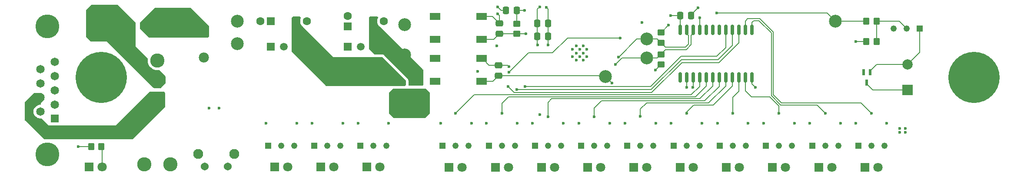
<source format=gbr>
%TF.GenerationSoftware,KiCad,Pcbnew,9.0.1*%
%TF.CreationDate,2025-06-18T18:38:46+02:00*%
%TF.ProjectId,open_g_db,6f70656e-5f67-45f6-9462-2e6b69636164,rev?*%
%TF.SameCoordinates,Original*%
%TF.FileFunction,Copper,L1,Top*%
%TF.FilePolarity,Positive*%
%FSLAX46Y46*%
G04 Gerber Fmt 4.6, Leading zero omitted, Abs format (unit mm)*
G04 Created by KiCad (PCBNEW 9.0.1) date 2025-06-18 18:38:46*
%MOMM*%
%LPD*%
G01*
G04 APERTURE LIST*
G04 Aperture macros list*
%AMRoundRect*
0 Rectangle with rounded corners*
0 $1 Rounding radius*
0 $2 $3 $4 $5 $6 $7 $8 $9 X,Y pos of 4 corners*
0 Add a 4 corners polygon primitive as box body*
4,1,4,$2,$3,$4,$5,$6,$7,$8,$9,$2,$3,0*
0 Add four circle primitives for the rounded corners*
1,1,$1+$1,$2,$3*
1,1,$1+$1,$4,$5*
1,1,$1+$1,$6,$7*
1,1,$1+$1,$8,$9*
0 Add four rect primitives between the rounded corners*
20,1,$1+$1,$2,$3,$4,$5,0*
20,1,$1+$1,$4,$5,$6,$7,0*
20,1,$1+$1,$6,$7,$8,$9,0*
20,1,$1+$1,$8,$9,$2,$3,0*%
G04 Aperture macros list end*
%TA.AperFunction,ComponentPad*%
%ADD10R,1.800000X1.800000*%
%TD*%
%TA.AperFunction,ComponentPad*%
%ADD11C,1.800000*%
%TD*%
%TA.AperFunction,SMDPad,CuDef*%
%ADD12RoundRect,0.250000X0.337500X0.475000X-0.337500X0.475000X-0.337500X-0.475000X0.337500X-0.475000X0*%
%TD*%
%TA.AperFunction,ComponentPad*%
%ADD13R,1.234000X1.234000*%
%TD*%
%TA.AperFunction,ComponentPad*%
%ADD14C,1.234000*%
%TD*%
%TA.AperFunction,ComponentPad*%
%ADD15R,1.600000X1.600000*%
%TD*%
%TA.AperFunction,ComponentPad*%
%ADD16C,1.600000*%
%TD*%
%TA.AperFunction,SMDPad,CuDef*%
%ADD17RoundRect,0.250000X-0.350000X-0.450000X0.350000X-0.450000X0.350000X0.450000X-0.350000X0.450000X0*%
%TD*%
%TA.AperFunction,ComponentPad*%
%ADD18R,1.650000X1.650000*%
%TD*%
%TA.AperFunction,ComponentPad*%
%ADD19C,1.650000*%
%TD*%
%TA.AperFunction,ComponentPad*%
%ADD20C,4.650000*%
%TD*%
%TA.AperFunction,ComponentPad*%
%ADD21R,2.000000X2.000000*%
%TD*%
%TA.AperFunction,ComponentPad*%
%ADD22C,2.000000*%
%TD*%
%TA.AperFunction,ComponentPad*%
%ADD23C,0.900000*%
%TD*%
%TA.AperFunction,ComponentPad*%
%ADD24C,10.000000*%
%TD*%
%TA.AperFunction,SMDPad,CuDef*%
%ADD25RoundRect,0.250000X0.475000X-0.337500X0.475000X0.337500X-0.475000X0.337500X-0.475000X-0.337500X0*%
%TD*%
%TA.AperFunction,ComponentPad*%
%ADD26R,1.500000X1.500000*%
%TD*%
%TA.AperFunction,ComponentPad*%
%ADD27C,1.500000*%
%TD*%
%TA.AperFunction,SMDPad,CuDef*%
%ADD28C,2.500000*%
%TD*%
%TA.AperFunction,SMDPad,CuDef*%
%ADD29R,2.100000X1.400000*%
%TD*%
%TA.AperFunction,SMDPad,CuDef*%
%ADD30RoundRect,0.250000X0.450000X-0.350000X0.450000X0.350000X-0.450000X0.350000X-0.450000X-0.350000X0*%
%TD*%
%TA.AperFunction,ComponentPad*%
%ADD31C,1.540000*%
%TD*%
%TA.AperFunction,ComponentPad*%
%ADD32C,1.950000*%
%TD*%
%TA.AperFunction,ComponentPad*%
%ADD33C,2.400000*%
%TD*%
%TA.AperFunction,SMDPad,CuDef*%
%ADD34RoundRect,0.250000X-0.450000X0.350000X-0.450000X-0.350000X0.450000X-0.350000X0.450000X0.350000X0*%
%TD*%
%TA.AperFunction,ComponentPad*%
%ADD35R,1.980000X1.980000*%
%TD*%
%TA.AperFunction,ComponentPad*%
%ADD36C,1.980000*%
%TD*%
%TA.AperFunction,SMDPad,CuDef*%
%ADD37RoundRect,0.150000X0.150000X-0.875000X0.150000X0.875000X-0.150000X0.875000X-0.150000X-0.875000X0*%
%TD*%
%TA.AperFunction,ComponentPad*%
%ADD38R,2.775000X2.775000*%
%TD*%
%TA.AperFunction,ComponentPad*%
%ADD39C,2.775000*%
%TD*%
%TA.AperFunction,SMDPad,CuDef*%
%ADD40R,0.550000X1.150000*%
%TD*%
%TA.AperFunction,HeatsinkPad*%
%ADD41C,0.600000*%
%TD*%
%TA.AperFunction,ViaPad*%
%ADD42C,0.600000*%
%TD*%
%TA.AperFunction,Conductor*%
%ADD43C,0.200000*%
%TD*%
G04 APERTURE END LIST*
D10*
%TO.P,D13,1,K*%
%TO.N,Net-(D13-K)*%
X181730000Y-92595000D03*
D11*
%TO.P,D13,2,A*%
%TO.N,Net-(D13-A)*%
X184270000Y-92595000D03*
%TD*%
D12*
%TO.P,C8,1*%
%TO.N,+3V3*%
X147000000Y-67000000D03*
%TO.P,C8,2*%
%TO.N,GND*%
X144925000Y-67000000D03*
%TD*%
D10*
%TO.P,D11,1,K*%
%TO.N,Net-(D11-K)*%
X163730000Y-92595000D03*
D11*
%TO.P,D11,2,A*%
%TO.N,Net-(D11-A)*%
X166270000Y-92595000D03*
%TD*%
D13*
%TO.P,Q4,1*%
%TO.N,Net-(D6-K)*%
X110460000Y-88400000D03*
D14*
%TO.P,Q4,2*%
%TO.N,Net-(Q4-Pad2)*%
X113000000Y-88400000D03*
%TO.P,Q4,3*%
%TO.N,GND*%
X115540000Y-88400000D03*
%TD*%
D12*
%TO.P,C11,1*%
%TO.N,GND*%
X174837500Y-62900000D03*
%TO.P,C11,2*%
%TO.N,+3V3*%
X172762500Y-62900000D03*
%TD*%
D15*
%TO.P,C4,1*%
%TO.N,+12V*%
X93000000Y-64000000D03*
D16*
%TO.P,C4,2*%
%TO.N,GND*%
X91000000Y-64000000D03*
%TD*%
D15*
%TO.P,C10,1*%
%TO.N,+5V*%
X113000000Y-64000000D03*
D16*
%TO.P,C10,2*%
%TO.N,GND*%
X115000000Y-64000000D03*
%TD*%
D17*
%TO.P,R10,1*%
%TO.N,/BUZZER_EN*%
X209000000Y-64000000D03*
%TO.P,R10,2*%
%TO.N,Net-(Q1-Pad2)*%
X211000000Y-64000000D03*
%TD*%
D10*
%TO.P,D16,1,K*%
%TO.N,Net-(D16-K)*%
X208730000Y-92595000D03*
D11*
%TO.P,D16,2,A*%
%TO.N,Net-(D16-A)*%
X211270000Y-92595000D03*
%TD*%
D18*
%TO.P,J1,1,1*%
%TO.N,GND*%
X50940000Y-83085000D03*
D19*
%TO.P,J1,2,2*%
%TO.N,+12V*%
X50940000Y-80315000D03*
%TO.P,J1,3,3*%
%TO.N,unconnected-(J1-Pad3)*%
X50940000Y-77545000D03*
%TO.P,J1,4,4*%
%TO.N,/UART_1_TX*%
X50940000Y-74775000D03*
%TO.P,J1,5,5*%
%TO.N,/UART_1_RX*%
X50940000Y-72005000D03*
%TO.P,J1,6,6*%
%TO.N,unconnected-(J1-Pad6)*%
X48100000Y-81700000D03*
%TO.P,J1,7,7*%
%TO.N,+12P*%
X48100000Y-78930000D03*
%TO.P,J1,8,8*%
%TO.N,GND*%
X48100000Y-76160000D03*
%TO.P,J1,9,9*%
%TO.N,unconnected-(J1-Pad9)*%
X48100000Y-73390000D03*
D20*
%TO.P,J1,MH1*%
%TO.N,N/C*%
X49520000Y-90040000D03*
%TO.P,J1,MH2*%
X49520000Y-65050000D03*
%TD*%
D13*
%TO.P,Q3,1*%
%TO.N,Net-(D5-K)*%
X101460000Y-88400000D03*
D14*
%TO.P,Q3,2*%
%TO.N,Net-(Q3-Pad2)*%
X104000000Y-88400000D03*
%TO.P,Q3,3*%
%TO.N,GND*%
X106540000Y-88400000D03*
%TD*%
D13*
%TO.P,Q12,1*%
%TO.N,Net-(D14-K)*%
X189460000Y-88430000D03*
D14*
%TO.P,Q12,2*%
%TO.N,Net-(Q12-Pad2)*%
X192000000Y-88430000D03*
%TO.P,Q12,3*%
%TO.N,GND*%
X194540000Y-88430000D03*
%TD*%
D21*
%TO.P,LS1,1,+*%
%TO.N,LED_PWR*%
X217000000Y-77500000D03*
D22*
%TO.P,LS1,2,-*%
%TO.N,Net-(D3-A)*%
X217000000Y-72500000D03*
%TD*%
D23*
%TO.P,H2,1*%
%TO.N,N/C*%
X56250000Y-75000000D03*
X57348350Y-72348350D03*
X57348350Y-77651650D03*
X60000000Y-71250000D03*
D24*
X60000000Y-75000000D03*
D23*
X60000000Y-78750000D03*
X62651650Y-72348350D03*
X62651650Y-77651650D03*
X63750000Y-75000000D03*
%TD*%
D10*
%TO.P,D15,1,K*%
%TO.N,Net-(D15-K)*%
X199730000Y-92595000D03*
D11*
%TO.P,D15,2,A*%
%TO.N,Net-(D15-A)*%
X202270000Y-92595000D03*
%TD*%
D13*
%TO.P,Q9,1*%
%TO.N,Net-(D11-K)*%
X162460000Y-88430000D03*
D14*
%TO.P,Q9,2*%
%TO.N,Net-(Q9-Pad2)*%
X165000000Y-88430000D03*
%TO.P,Q9,3*%
%TO.N,GND*%
X167540000Y-88430000D03*
%TD*%
D25*
%TO.P,C2,1*%
%TO.N,/ESP2_BOOT*%
X137400000Y-74700000D03*
%TO.P,C2,2*%
%TO.N,GND*%
X137400000Y-72625000D03*
%TD*%
D13*
%TO.P,Q13,1*%
%TO.N,Net-(D15-K)*%
X198460000Y-88430000D03*
D14*
%TO.P,Q13,2*%
%TO.N,Net-(Q13-Pad2)*%
X201000000Y-88430000D03*
%TO.P,Q13,3*%
%TO.N,GND*%
X203540000Y-88430000D03*
%TD*%
D12*
%TO.P,C3,1*%
%TO.N,+3V3*%
X140900000Y-61900000D03*
%TO.P,C3,2*%
%TO.N,GND*%
X138825000Y-61900000D03*
%TD*%
D13*
%TO.P,Q1,1*%
%TO.N,Net-(D3-A)*%
X219440000Y-65470000D03*
D14*
%TO.P,Q1,2*%
%TO.N,Net-(Q1-Pad2)*%
X216900000Y-65470000D03*
%TO.P,Q1,3*%
%TO.N,GND*%
X214360001Y-65470000D03*
%TD*%
D26*
%TO.P,PS2,1,+VIN*%
%TO.N,+12V*%
X108000000Y-69000000D03*
D27*
%TO.P,PS2,2,-VOUT*%
%TO.N,GND*%
X110540000Y-69000000D03*
%TO.P,PS2,3,GND*%
%TO.N,+5V*%
X113080000Y-69000000D03*
%TD*%
D10*
%TO.P,D10,1,K*%
%TO.N,Net-(D10-K)*%
X154730000Y-92595000D03*
D11*
%TO.P,D10,2,A*%
%TO.N,Net-(D10-A)*%
X157270000Y-92595000D03*
%TD*%
D28*
%TO.P,TP3,1,1*%
%TO.N,+3V3*%
X119100000Y-64700000D03*
%TD*%
%TO.P,TP2,1,1*%
%TO.N,GND*%
X86500000Y-68400000D03*
%TD*%
D17*
%TO.P,R2,1*%
%TO.N,+12V*%
X58000000Y-88600000D03*
%TO.P,R2,2*%
%TO.N,Net-(D2-A)*%
X60000000Y-88600000D03*
%TD*%
D13*
%TO.P,Q10,1*%
%TO.N,Net-(D12-K)*%
X171460000Y-88430000D03*
D14*
%TO.P,Q10,2*%
%TO.N,Net-(Q10-Pad2)*%
X174000000Y-88430000D03*
%TO.P,Q10,3*%
%TO.N,GND*%
X176540000Y-88430000D03*
%TD*%
D29*
%TO.P,IC2,1,NO_1*%
%TO.N,/ESP2_BOOT*%
X134100000Y-75800000D03*
%TO.P,IC2,2,NO_2*%
%TO.N,unconnected-(IC2-NO_2-Pad2)*%
X125000000Y-75800000D03*
%TO.P,IC2,3,COM_1*%
%TO.N,GND*%
X134100000Y-71300000D03*
%TO.P,IC2,4,COM_2*%
%TO.N,unconnected-(IC2-COM_2-Pad4)*%
X125000000Y-71300000D03*
%TD*%
D28*
%TO.P,TP10,1,1*%
%TO.N,I2C_1_SDA*%
X166200000Y-67500000D03*
%TD*%
D12*
%TO.P,C7,1*%
%TO.N,+3V3*%
X147000000Y-64400000D03*
%TO.P,C7,2*%
%TO.N,GND*%
X144925000Y-64400000D03*
%TD*%
D10*
%TO.P,D4,1,K*%
%TO.N,Net-(D4-K)*%
X93730000Y-92565000D03*
D11*
%TO.P,D4,2,A*%
%TO.N,Net-(D4-A)*%
X96270000Y-92565000D03*
%TD*%
D10*
%TO.P,D6,1,K*%
%TO.N,Net-(D6-K)*%
X111730000Y-92565000D03*
D11*
%TO.P,D6,2,A*%
%TO.N,Net-(D6-A)*%
X114270000Y-92565000D03*
%TD*%
D10*
%TO.P,D12,1,K*%
%TO.N,Net-(D12-K)*%
X172730000Y-92595000D03*
D11*
%TO.P,D12,2,A*%
%TO.N,Net-(D12-A)*%
X175270000Y-92595000D03*
%TD*%
D30*
%TO.P,R13,1*%
%TO.N,LED_PWR*%
X118500000Y-78000000D03*
%TO.P,R13,2*%
%TO.N,+3V3*%
X118500000Y-76000000D03*
%TD*%
D29*
%TO.P,IC1,1,NO_1*%
%TO.N,/ESP2_EN*%
X134100000Y-67600000D03*
%TO.P,IC1,2,NO_2*%
%TO.N,unconnected-(IC1-NO_2-Pad2)*%
X125000000Y-67600000D03*
%TO.P,IC1,3,COM_1*%
%TO.N,GND*%
X134100000Y-63100000D03*
%TO.P,IC1,4,COM_2*%
%TO.N,unconnected-(IC1-COM_2-Pad4)*%
X125000000Y-63100000D03*
%TD*%
D17*
%TO.P,R1,1*%
%TO.N,Net-(S1-COM)*%
X66100000Y-64900000D03*
%TO.P,R1,2*%
%TO.N,+12V*%
X68100000Y-64900000D03*
%TD*%
D15*
%TO.P,C5,1*%
%TO.N,+3V3*%
X98000000Y-64000000D03*
D16*
%TO.P,C5,2*%
%TO.N,GND*%
X100000000Y-64000000D03*
%TD*%
D13*
%TO.P,Q5,1*%
%TO.N,Net-(D7-K)*%
X126460000Y-88430000D03*
D14*
%TO.P,Q5,2*%
%TO.N,Net-(Q5-Pad2)*%
X129000000Y-88430000D03*
%TO.P,Q5,3*%
%TO.N,GND*%
X131540000Y-88430000D03*
%TD*%
D31*
%TO.P,J2,1,1*%
%TO.N,Net-(J2-Pad1)*%
X80135000Y-92490000D03*
%TO.P,J2,2,2*%
%TO.N,/QUERY_BTN*%
X84635000Y-92490000D03*
D32*
%TO.P,J2,3,3*%
%TO.N,unconnected-(J2-Pad3)*%
X85890000Y-90000000D03*
%TO.P,J2,4,4*%
%TO.N,unconnected-(J2-Pad4)*%
X78880000Y-90000000D03*
%TD*%
D30*
%TO.P,R3,1*%
%TO.N,+3V3*%
X169000000Y-72500000D03*
%TO.P,R3,2*%
%TO.N,I2C_1_SCL*%
X169000000Y-70500000D03*
%TD*%
D28*
%TO.P,TP1,1,1*%
%TO.N,+12V*%
X86500000Y-64000000D03*
%TD*%
D13*
%TO.P,Q6,1*%
%TO.N,Net-(D8-K)*%
X135460000Y-88430000D03*
D14*
%TO.P,Q6,2*%
%TO.N,Net-(Q6-Pad2)*%
X138000000Y-88430000D03*
%TO.P,Q6,3*%
%TO.N,GND*%
X140540000Y-88430000D03*
%TD*%
D33*
%TO.P,F1,1*%
%TO.N,+12V*%
X73000000Y-66000000D03*
X73000000Y-62600000D03*
%TO.P,F1,2*%
%TO.N,Net-(S1-COM)*%
X59530000Y-66000000D03*
X59530000Y-62600000D03*
%TD*%
D34*
%TO.P,R7,1*%
%TO.N,+3V3*%
X140900000Y-64500000D03*
%TO.P,R7,2*%
%TO.N,/ESP2_EN*%
X140900000Y-66500000D03*
%TD*%
D10*
%TO.P,D7,1,K*%
%TO.N,Net-(D7-K)*%
X127730000Y-92595000D03*
D11*
%TO.P,D7,2,A*%
%TO.N,Net-(D7-A)*%
X130270000Y-92595000D03*
%TD*%
D35*
%TO.P,D1,1*%
%TO.N,+12V*%
X80000000Y-66000000D03*
D36*
%TO.P,D1,2*%
%TO.N,GND*%
X80000000Y-71150000D03*
%TD*%
D30*
%TO.P,R11,1*%
%TO.N,LED_PWR*%
X121300000Y-78000000D03*
%TO.P,R11,2*%
%TO.N,+5V*%
X121300000Y-76000000D03*
%TD*%
D28*
%TO.P,TP9,1,1*%
%TO.N,+5V*%
X119100000Y-70600000D03*
%TD*%
D15*
%TO.P,C9,1*%
%TO.N,+12V*%
X108000000Y-65000000D03*
D16*
%TO.P,C9,2*%
%TO.N,GND*%
X108000000Y-63000000D03*
%TD*%
D34*
%TO.P,R4,1*%
%TO.N,+3V3*%
X169000000Y-66200000D03*
%TO.P,R4,2*%
%TO.N,I2C_1_SDA*%
X169000000Y-68200000D03*
%TD*%
D23*
%TO.P,H1,1*%
%TO.N,N/C*%
X226250000Y-75000000D03*
X227348350Y-72348350D03*
X227348350Y-77651650D03*
X230000000Y-71250000D03*
D24*
X230000000Y-75000000D03*
D23*
X230000000Y-78750000D03*
X232651650Y-72348350D03*
X232651650Y-77651650D03*
X233750000Y-75000000D03*
%TD*%
D37*
%TO.P,U2,1,INT*%
%TO.N,unconnected-(U2-INT-Pad1)*%
X172730001Y-75000000D03*
%TO.P,U2,2,AD1*%
%TO.N,GND*%
X174000000Y-75000000D03*
%TO.P,U2,3,AD2*%
X175270000Y-75000000D03*
%TO.P,U2,4,IO0*%
%TO.N,/Portexpander_LED/DP_LED_1*%
X176540000Y-75000001D03*
%TO.P,U2,5,IO1*%
%TO.N,/Portexpander_LED/DP_LED_2*%
X177810000Y-75000000D03*
%TO.P,U2,6,IO2*%
%TO.N,/Portexpander_LED/DP_LED_3*%
X179080000Y-75000000D03*
%TO.P,U2,7,IO3*%
%TO.N,/Portexpander_LED/DP_LED_4*%
X180350000Y-75000000D03*
%TO.P,U2,8,IO4*%
%TO.N,/Portexpander_LED/DP_LED_5*%
X181620000Y-75000000D03*
%TO.P,U2,9,IO5*%
%TO.N,/Portexpander_LED/DP_LED_6*%
X182890000Y-75000001D03*
%TO.P,U2,10,IO6*%
%TO.N,/Portexpander_LED/DP_LED_7*%
X184160000Y-75000000D03*
%TO.P,U2,11,IO7*%
%TO.N,/Portexpander_LED/DP_LED_8*%
X185430000Y-75000000D03*
%TO.P,U2,12,GND*%
%TO.N,GND*%
X186699999Y-75000000D03*
%TO.P,U2,13,IO8*%
%TO.N,/Portexpander_LED/DP_LED_9*%
X186699999Y-65700000D03*
%TO.P,U2,14,IO9*%
%TO.N,/Portexpander_LED/DP_LED_10*%
X185430000Y-65700000D03*
%TO.P,U2,15,IO10*%
%TO.N,/Portexpander_LED/IND_LED_1*%
X184160000Y-65700000D03*
%TO.P,U2,16,IO11*%
%TO.N,/Portexpander_LED/IND_LED_2*%
X182890000Y-65699999D03*
%TO.P,U2,17,IO12*%
%TO.N,/Portexpander_LED/IND_LED_3*%
X181620000Y-65700000D03*
%TO.P,U2,18,IO13*%
%TO.N,unconnected-(U2-IO13-Pad18)*%
X180350000Y-65700000D03*
%TO.P,U2,19,IO14*%
%TO.N,unconnected-(U2-IO14-Pad19)*%
X179080000Y-65700000D03*
%TO.P,U2,20,IO15*%
%TO.N,unconnected-(U2-IO15-Pad20)*%
X177810000Y-65700000D03*
%TO.P,U2,21,AD0*%
%TO.N,GND*%
X176540000Y-65699999D03*
%TO.P,U2,22,SCL*%
%TO.N,I2C_1_SCL*%
X175270000Y-65700000D03*
%TO.P,U2,23,SDA*%
%TO.N,I2C_1_SDA*%
X174000000Y-65700000D03*
%TO.P,U2,24,V+*%
%TO.N,+3V3*%
X172730001Y-65700000D03*
%TD*%
D13*
%TO.P,Q2,1*%
%TO.N,Net-(D4-K)*%
X92460000Y-88400000D03*
D14*
%TO.P,Q2,2*%
%TO.N,Net-(Q2-Pad2)*%
X95000000Y-88400000D03*
%TO.P,Q2,3*%
%TO.N,GND*%
X97540000Y-88400000D03*
%TD*%
D26*
%TO.P,PS1,1,+VIN*%
%TO.N,+12V*%
X93000000Y-69035000D03*
D27*
%TO.P,PS1,2,GND*%
%TO.N,GND*%
X95540000Y-69035000D03*
%TO.P,PS1,3,+VOUT*%
%TO.N,+3V3*%
X98080000Y-69035000D03*
%TD*%
D10*
%TO.P,D5,1,K*%
%TO.N,Net-(D5-K)*%
X102730000Y-92565000D03*
D11*
%TO.P,D5,2,A*%
%TO.N,Net-(D5-A)*%
X105270000Y-92565000D03*
%TD*%
D13*
%TO.P,Q14,1*%
%TO.N,Net-(D16-K)*%
X207460000Y-88430000D03*
D14*
%TO.P,Q14,2*%
%TO.N,Net-(Q14-Pad2)*%
X210000000Y-88430000D03*
%TO.P,Q14,3*%
%TO.N,GND*%
X212540000Y-88430000D03*
%TD*%
D38*
%TO.P,S1,1,NO*%
%TO.N,+12P*%
X70900000Y-79300000D03*
D39*
%TO.P,S1,2,COM*%
%TO.N,Net-(S1-COM)*%
X70900000Y-75490000D03*
%TO.P,S1,3,NC*%
%TO.N,unconnected-(S1-NC-Pad3)*%
X70900000Y-71680000D03*
%TO.P,S1,MH1,MH1*%
%TO.N,unconnected-(S1-PadMH1)*%
X73440000Y-92000000D03*
%TO.P,S1,MH2,MH2*%
%TO.N,unconnected-(S1-PadMH2)*%
X68360000Y-92000000D03*
%TD*%
D13*
%TO.P,Q11,1*%
%TO.N,Net-(D13-K)*%
X180460000Y-88430000D03*
D14*
%TO.P,Q11,2*%
%TO.N,Net-(Q11-Pad2)*%
X183000000Y-88430000D03*
%TO.P,Q11,3*%
%TO.N,GND*%
X185540000Y-88430000D03*
%TD*%
D28*
%TO.P,TP11,1,1*%
%TO.N,I2C_1_SCL*%
X166200000Y-71200000D03*
%TD*%
D13*
%TO.P,Q7,1*%
%TO.N,Net-(D9-K)*%
X144460000Y-88430000D03*
D14*
%TO.P,Q7,2*%
%TO.N,Net-(Q7-Pad2)*%
X147000000Y-88430000D03*
%TO.P,Q7,3*%
%TO.N,GND*%
X149540000Y-88430000D03*
%TD*%
D13*
%TO.P,Q8,1*%
%TO.N,Net-(D10-K)*%
X153460000Y-88430000D03*
D14*
%TO.P,Q8,2*%
%TO.N,Net-(Q8-Pad2)*%
X156000000Y-88430000D03*
%TO.P,Q8,3*%
%TO.N,GND*%
X158540000Y-88430000D03*
%TD*%
D40*
%TO.P,D3,1,A*%
%TO.N,Net-(D3-A)*%
X209750000Y-74000000D03*
%TO.P,D3,2,K*%
%TO.N,unconnected-(D3-K-Pad2)*%
X208450000Y-74000000D03*
%TO.P,D3,3,K/A*%
%TO.N,LED_PWR*%
X209100000Y-76000000D03*
%TD*%
D10*
%TO.P,D8,1,K*%
%TO.N,Net-(D8-K)*%
X136730000Y-92595000D03*
D11*
%TO.P,D8,2,A*%
%TO.N,Net-(D8-A)*%
X139270000Y-92595000D03*
%TD*%
D10*
%TO.P,D2,1,K*%
%TO.N,GND*%
X57630000Y-92565000D03*
D11*
%TO.P,D2,2,A*%
%TO.N,Net-(D2-A)*%
X60170000Y-92565000D03*
%TD*%
D10*
%TO.P,D14,1,K*%
%TO.N,Net-(D14-K)*%
X190730000Y-92595000D03*
D11*
%TO.P,D14,2,A*%
%TO.N,Net-(D14-A)*%
X193270000Y-92595000D03*
%TD*%
D28*
%TO.P,TP5,1,1*%
%TO.N,/BUZZER_EN*%
X203000000Y-64000000D03*
%TD*%
%TO.P,TP8,1,1*%
%TO.N,/ESP2_BOOT*%
X158200000Y-74800000D03*
%TD*%
D10*
%TO.P,D9,1,K*%
%TO.N,Net-(D9-K)*%
X145730000Y-92595000D03*
D11*
%TO.P,D9,2,A*%
%TO.N,Net-(D9-A)*%
X148270000Y-92595000D03*
%TD*%
D25*
%TO.P,C1,1*%
%TO.N,/ESP2_EN*%
X137500000Y-66500000D03*
%TO.P,C1,2*%
%TO.N,GND*%
X137500000Y-64425000D03*
%TD*%
D17*
%TO.P,R12,1*%
%TO.N,GND*%
X209000000Y-68000000D03*
%TO.P,R12,2*%
%TO.N,Net-(Q1-Pad2)*%
X211000000Y-68000000D03*
%TD*%
D41*
%TO.P,U1,39,GND*%
%TO.N,GND*%
X153880000Y-68850000D03*
X152480000Y-68850000D03*
X154580000Y-69550000D03*
X153180000Y-69550000D03*
X151780000Y-69550000D03*
X153880000Y-70250000D03*
X152480000Y-70250000D03*
X154580000Y-70950000D03*
X153180000Y-70950000D03*
X151780000Y-70950000D03*
X153880000Y-71650000D03*
X152480000Y-71650000D03*
%TD*%
D42*
%TO.N,+3V3*%
X167900000Y-73600000D03*
X146700000Y-61300000D03*
X133300000Y-73800000D03*
X81000000Y-81000000D03*
X147000000Y-68700000D03*
X170500000Y-64800000D03*
X137000000Y-68800000D03*
X142400000Y-61900000D03*
X170900000Y-62900000D03*
X119100000Y-64600000D03*
%TO.N,GND*%
X82900000Y-81000000D03*
X165300000Y-64300000D03*
X86500000Y-68400000D03*
X145400000Y-61200000D03*
X207000000Y-84000000D03*
X176200000Y-61400000D03*
X171000000Y-84000000D03*
X175200000Y-77000000D03*
X101060000Y-84000000D03*
X144000000Y-84000000D03*
X139400000Y-72900000D03*
X153000000Y-84000000D03*
X126100000Y-84000000D03*
X92060000Y-84000000D03*
X187400000Y-77000000D03*
X176600000Y-63300000D03*
X189000000Y-84000000D03*
X180000000Y-84000000D03*
X135000000Y-84000000D03*
X145000000Y-68700000D03*
X137200000Y-62600000D03*
X162000000Y-84000000D03*
X174000000Y-77000000D03*
X110000000Y-84000000D03*
X207000000Y-68000000D03*
X145400000Y-82300000D03*
X137200000Y-61200000D03*
X198000000Y-84000000D03*
%TO.N,/ESP2_EN*%
X142700000Y-66500000D03*
%TO.N,/ESP2_BOOT*%
X159500000Y-76100000D03*
%TO.N,+12V*%
X55500000Y-88600000D03*
X86500000Y-64000000D03*
%TO.N,/QUERY_BTN*%
X139400000Y-74000000D03*
X161100000Y-67300000D03*
%TO.N,/BUZZER_EN*%
X179900000Y-62400000D03*
%TO.N,I2C_1_SCL*%
X160100000Y-72500000D03*
%TO.N,I2C_1_SDA*%
X160725735Y-71025735D03*
%TO.N,/Portexpander_LED/DP_LED_4*%
X156000000Y-82700000D03*
%TO.N,/Portexpander_LED/DP_LED_5*%
X165000000Y-82600000D03*
%TO.N,/Portexpander_LED/DP_LED_6*%
X174000000Y-82000000D03*
%TO.N,/Portexpander_LED/DP_LED_7*%
X183000000Y-82000000D03*
%TO.N,/Portexpander_LED/DP_LED_8*%
X192000000Y-82000000D03*
%TO.N,/Portexpander_LED/DP_LED_9*%
X201000000Y-82000000D03*
%TO.N,/Portexpander_LED/DP_LED_3*%
X147000000Y-82700000D03*
%TO.N,/Portexpander_LED/DP_LED_10*%
X210000000Y-82000000D03*
%TO.N,/Portexpander_LED/DP_LED_2*%
X138000000Y-82000000D03*
%TO.N,/Portexpander_LED/DP_LED_1*%
X129000000Y-82000000D03*
%TO.N,/Portexpander_LED/IND_LED_1*%
X139199000Y-76801000D03*
%TO.N,/Portexpander_LED/IND_LED_2*%
X140900000Y-77400000D03*
%TO.N,/Portexpander_LED/IND_LED_3*%
X142500000Y-76800000D03*
%TO.N,LED_PWR*%
X215500000Y-85000000D03*
X117000000Y-82000000D03*
X216600000Y-85800000D03*
X215500000Y-85800000D03*
X98060000Y-84000000D03*
X120000000Y-81000000D03*
X117000000Y-81000000D03*
X122000000Y-82000000D03*
X186000000Y-84000000D03*
X122000000Y-81000000D03*
X168000000Y-84000000D03*
X118000000Y-81000000D03*
X118000000Y-80000000D03*
X118000000Y-82000000D03*
X119000000Y-82000000D03*
X123000000Y-82000000D03*
X121000000Y-81000000D03*
X120000000Y-80000000D03*
X122000000Y-80000000D03*
X123000000Y-81000000D03*
X120000000Y-82000000D03*
X159000000Y-84000000D03*
X119000000Y-81000000D03*
X123000000Y-80000000D03*
X119000000Y-80000000D03*
X107060000Y-84000000D03*
X115960000Y-84000000D03*
X216600000Y-85000000D03*
X117000000Y-80000000D03*
X141000000Y-84000000D03*
X150000000Y-84000000D03*
X121000000Y-82000000D03*
X204000000Y-84000000D03*
X121000000Y-80000000D03*
X177000000Y-84000000D03*
X132100000Y-84000000D03*
X195000000Y-84000000D03*
X213000000Y-84000000D03*
%TD*%
D43*
%TO.N,+3V3*%
X172762500Y-62900000D02*
X170900000Y-62900000D01*
X147000000Y-67000000D02*
X147000000Y-64400000D01*
X169100000Y-66200000D02*
X170500000Y-64800000D01*
X147000000Y-61600000D02*
X146700000Y-61300000D01*
X172730001Y-62932499D02*
X172762500Y-62900000D01*
X147000000Y-67000000D02*
X147000000Y-68700000D01*
X140900000Y-61900000D02*
X140900000Y-64500000D01*
X169000000Y-66200000D02*
X169100000Y-66200000D01*
X172730001Y-65700000D02*
X172730001Y-62932499D01*
X147000000Y-64400000D02*
X147000000Y-61600000D01*
X119100000Y-64700000D02*
X119100000Y-64600000D01*
X169000000Y-72500000D02*
X167900000Y-73600000D01*
X140900000Y-61900000D02*
X142400000Y-61900000D01*
%TO.N,GND*%
X134100000Y-71300000D02*
X134200000Y-71300000D01*
X134200000Y-71300000D02*
X135525000Y-72625000D01*
X186699999Y-75000000D02*
X186699999Y-76299999D01*
X137900000Y-61900000D02*
X137200000Y-61200000D01*
X144925000Y-68625000D02*
X145000000Y-68700000D01*
X139125000Y-72625000D02*
X139400000Y-72900000D01*
X175270000Y-76930000D02*
X175200000Y-77000000D01*
X144925000Y-61675000D02*
X145400000Y-61200000D01*
X174837500Y-62762500D02*
X176200000Y-61400000D01*
X144925000Y-67000000D02*
X144925000Y-64400000D01*
X174000000Y-75000000D02*
X174000000Y-77000000D01*
X144925000Y-67000000D02*
X144925000Y-68625000D01*
X137500000Y-64425000D02*
X137500000Y-62900000D01*
X136175000Y-63100000D02*
X137500000Y-64425000D01*
X176540000Y-65699999D02*
X176540000Y-63360000D01*
X138825000Y-61900000D02*
X137900000Y-61900000D01*
X134100000Y-63100000D02*
X136175000Y-63100000D01*
X209000000Y-68000000D02*
X207000000Y-68000000D01*
X144925000Y-64400000D02*
X144925000Y-61675000D01*
X137400000Y-72625000D02*
X139125000Y-72625000D01*
X174837500Y-62900000D02*
X174837500Y-62762500D01*
X186699999Y-76299999D02*
X187400000Y-77000000D01*
X175270000Y-75000000D02*
X175270000Y-76930000D01*
X176540000Y-63360000D02*
X176600000Y-63300000D01*
X137500000Y-62900000D02*
X137200000Y-62600000D01*
X135525000Y-72625000D02*
X137400000Y-72625000D01*
%TO.N,/ESP2_EN*%
X134100000Y-67600000D02*
X136400000Y-67600000D01*
X137500000Y-66500000D02*
X140900000Y-66500000D01*
X140900000Y-66500000D02*
X142700000Y-66500000D01*
X136400000Y-67600000D02*
X137500000Y-66500000D01*
%TO.N,/ESP2_BOOT*%
X136300000Y-75800000D02*
X137400000Y-74700000D01*
X159500000Y-76100000D02*
X158100000Y-74700000D01*
X158100000Y-74700000D02*
X137400000Y-74700000D01*
X134100000Y-75800000D02*
X136300000Y-75800000D01*
%TO.N,+12V*%
X58000000Y-88600000D02*
X55500000Y-88600000D01*
%TO.N,/QUERY_BTN*%
X161100000Y-67300000D02*
X150800000Y-67300000D01*
X143200000Y-70200000D02*
X139400000Y-74000000D01*
X147900000Y-70200000D02*
X143200000Y-70200000D01*
X150800000Y-67300000D02*
X147900000Y-70200000D01*
%TO.N,Net-(D2-A)*%
X60170000Y-92565000D02*
X60170000Y-88770000D01*
X60170000Y-88770000D02*
X60000000Y-88600000D01*
%TO.N,Net-(Q1-Pad2)*%
X216900000Y-65470000D02*
X215430000Y-64000000D01*
X211000000Y-68000000D02*
X211000000Y-64000000D01*
X215430000Y-64000000D02*
X211000000Y-64000000D01*
%TO.N,/BUZZER_EN*%
X179900000Y-62400000D02*
X201400000Y-62400000D01*
X209000000Y-64000000D02*
X203000000Y-64000000D01*
X201400000Y-62400000D02*
X203000000Y-64000000D01*
%TO.N,Net-(D3-A)*%
X209750000Y-73750000D02*
X211000000Y-72500000D01*
X219440000Y-70060000D02*
X219440000Y-65700000D01*
X211000000Y-72500000D02*
X217000000Y-72500000D01*
X209750000Y-74000000D02*
X209750000Y-73750000D01*
X217000000Y-72500000D02*
X219440000Y-70060000D01*
%TO.N,I2C_1_SCL*%
X174900000Y-66785000D02*
X175270000Y-66415000D01*
X160100000Y-72500000D02*
X161400000Y-71200000D01*
X169900000Y-69600000D02*
X173900000Y-69600000D01*
X169000000Y-70500000D02*
X169900000Y-69600000D01*
X161400000Y-71200000D02*
X168300000Y-71200000D01*
X175270000Y-66415000D02*
X175270000Y-65700000D01*
X173900000Y-69600000D02*
X174900000Y-68600000D01*
X174900000Y-68600000D02*
X174900000Y-66785000D01*
X168300000Y-71200000D02*
X169000000Y-70500000D01*
%TO.N,I2C_1_SDA*%
X174400000Y-66800000D02*
X174000000Y-66400000D01*
X174400000Y-68500000D02*
X174400000Y-66800000D01*
X160725735Y-71025735D02*
X160774265Y-71025735D01*
X160774265Y-71025735D02*
X164300000Y-67500000D01*
X169000000Y-68200000D02*
X169900000Y-69100000D01*
X169900000Y-69100000D02*
X173800000Y-69100000D01*
X173800000Y-69100000D02*
X174400000Y-68500000D01*
X168300000Y-67500000D02*
X169000000Y-68200000D01*
X174000000Y-66400000D02*
X174000000Y-65700000D01*
X164300000Y-67500000D02*
X168300000Y-67500000D01*
%TO.N,/Portexpander_LED/DP_LED_4*%
X156000000Y-81000000D02*
X157397000Y-79603000D01*
X156000000Y-82700000D02*
X156000000Y-81000000D01*
X157397000Y-79603000D02*
X177497000Y-79603000D01*
X180350000Y-76750000D02*
X180350000Y-75000000D01*
X177497000Y-79603000D02*
X180350000Y-76750000D01*
%TO.N,/Portexpander_LED/DP_LED_5*%
X181620000Y-76680000D02*
X181620000Y-75000000D01*
X178296000Y-80004000D02*
X181620000Y-76680000D01*
X165000000Y-82600000D02*
X165000000Y-81200000D01*
X165000000Y-81200000D02*
X166196000Y-80004000D01*
X166196000Y-80004000D02*
X178296000Y-80004000D01*
%TO.N,/Portexpander_LED/DP_LED_6*%
X182900000Y-75010001D02*
X182890000Y-75000001D01*
X174000000Y-82000000D02*
X174000000Y-81800000D01*
X174000000Y-81800000D02*
X175395000Y-80405000D01*
X179195000Y-80405000D02*
X182900000Y-76700000D01*
X182900000Y-76700000D02*
X182900000Y-75010001D01*
X175395000Y-80405000D02*
X179195000Y-80405000D01*
%TO.N,/Portexpander_LED/DP_LED_7*%
X184160000Y-77740000D02*
X184160000Y-75000000D01*
X183000000Y-82000000D02*
X183000000Y-78900000D01*
X183000000Y-78900000D02*
X184160000Y-77740000D01*
%TO.N,/Portexpander_LED/DP_LED_8*%
X190165800Y-78800000D02*
X186600000Y-78800000D01*
X192000000Y-82000000D02*
X192000000Y-80634200D01*
X186600000Y-78800000D02*
X185430000Y-77630000D01*
X192000000Y-80634200D02*
X190165800Y-78800000D01*
X185430000Y-77630000D02*
X185430000Y-75000000D01*
%TO.N,/Portexpander_LED/DP_LED_9*%
X190500000Y-66300000D02*
X188100000Y-63900000D01*
X186699999Y-64300001D02*
X186699999Y-65700000D01*
X188100000Y-63900000D02*
X187100000Y-63900000D01*
X190500000Y-78567100D02*
X190500000Y-66300000D01*
X199400000Y-80400000D02*
X192332900Y-80400000D01*
X192332900Y-80400000D02*
X190500000Y-78567100D01*
X201000000Y-82000000D02*
X199400000Y-80400000D01*
X187100000Y-63900000D02*
X186699999Y-64300001D01*
%TO.N,/Portexpander_LED/DP_LED_3*%
X147000000Y-82700000D02*
X147000000Y-79900000D01*
X147698000Y-79202000D02*
X176598000Y-79202000D01*
X147000000Y-79900000D02*
X147698000Y-79202000D01*
X176598000Y-79202000D02*
X179080000Y-76720000D01*
X179080000Y-76720000D02*
X179080000Y-75000000D01*
%TO.N,/Portexpander_LED/DP_LED_10*%
X188266100Y-63499000D02*
X185901000Y-63499000D01*
X185901000Y-63499000D02*
X185430000Y-63970000D01*
X190901000Y-66133900D02*
X188266100Y-63499000D01*
X185430000Y-63970000D02*
X185430000Y-65700000D01*
X190901000Y-78401000D02*
X190901000Y-66133900D01*
X210000000Y-82000000D02*
X208000000Y-80000000D01*
X208000000Y-80000000D02*
X192500000Y-80000000D01*
X192500000Y-80000000D02*
X190901000Y-78401000D01*
%TO.N,/Portexpander_LED/DP_LED_2*%
X138000000Y-82000000D02*
X138000000Y-80100000D01*
X177810000Y-76690000D02*
X177810000Y-75000000D01*
X139299000Y-78801000D02*
X175699000Y-78801000D01*
X175699000Y-78801000D02*
X177810000Y-76690000D01*
X138000000Y-80100000D02*
X139299000Y-78801000D01*
%TO.N,/Portexpander_LED/DP_LED_1*%
X132600000Y-78400000D02*
X174900000Y-78400000D01*
X129000000Y-82000000D02*
X132600000Y-78400000D01*
X174900000Y-78400000D02*
X176540000Y-76760000D01*
X176540000Y-76760000D02*
X176540000Y-75000001D01*
%TO.N,/Portexpander_LED/IND_LED_1*%
X167200000Y-78000000D02*
X173100000Y-72100000D01*
X140398000Y-78000000D02*
X167200000Y-78000000D01*
X184160000Y-68240000D02*
X184160000Y-65700000D01*
X180300000Y-72100000D02*
X184160000Y-68240000D01*
X139199000Y-76801000D02*
X140398000Y-78000000D01*
X173100000Y-72100000D02*
X180300000Y-72100000D01*
%TO.N,/Portexpander_LED/IND_LED_2*%
X167100000Y-77400000D02*
X173001000Y-71499000D01*
X140900000Y-77400000D02*
X167100000Y-77400000D01*
X180100000Y-71499000D02*
X182890000Y-68709000D01*
X182890000Y-68709000D02*
X182890000Y-65699999D01*
X173001000Y-71499000D02*
X180100000Y-71499000D01*
%TO.N,/Portexpander_LED/IND_LED_3*%
X172900000Y-70900000D02*
X179900000Y-70900000D01*
X181620000Y-69180000D02*
X181620000Y-65700000D01*
X142500000Y-76800000D02*
X167000000Y-76800000D01*
X179900000Y-70900000D02*
X181620000Y-69180000D01*
X167000000Y-76800000D02*
X172900000Y-70900000D01*
%TO.N,LED_PWR*%
X210300000Y-77500000D02*
X209100000Y-76300000D01*
X209100000Y-76300000D02*
X209100000Y-76000000D01*
X217000000Y-77500000D02*
X210300000Y-77500000D01*
%TD*%
%TA.AperFunction,Conductor*%
%TO.N,Net-(S1-COM)*%
G36*
X63215677Y-60819685D02*
G01*
X63236319Y-60836319D01*
X66663681Y-64263681D01*
X66697166Y-64325004D01*
X66700000Y-64351362D01*
X66700000Y-69000000D01*
X68997175Y-71297175D01*
X69030660Y-71358498D01*
X69032433Y-71401040D01*
X69012000Y-71556252D01*
X69012000Y-71803739D01*
X69012001Y-71803756D01*
X69044303Y-72049117D01*
X69108361Y-72288184D01*
X69203069Y-72516829D01*
X69203074Y-72516840D01*
X69326812Y-72731159D01*
X69326823Y-72731175D01*
X69477479Y-72927514D01*
X69477485Y-72927521D01*
X69652478Y-73102514D01*
X69652484Y-73102519D01*
X69848833Y-73253183D01*
X69848840Y-73253187D01*
X70063159Y-73376925D01*
X70063164Y-73376927D01*
X70063167Y-73376929D01*
X70291820Y-73471640D01*
X70530879Y-73535696D01*
X70776254Y-73568000D01*
X70776261Y-73568000D01*
X71023739Y-73568000D01*
X71023746Y-73568000D01*
X71178960Y-73547565D01*
X71247991Y-73558330D01*
X71282823Y-73582823D01*
X72463681Y-74763681D01*
X72497166Y-74825004D01*
X72500000Y-74851362D01*
X72500000Y-76148638D01*
X72480315Y-76215677D01*
X72463681Y-76236319D01*
X71636319Y-77063681D01*
X71574996Y-77097166D01*
X71548638Y-77100000D01*
X70251362Y-77100000D01*
X70184323Y-77080315D01*
X70163681Y-77063681D01*
X61100000Y-68000000D01*
X58051362Y-68000000D01*
X57984323Y-67980315D01*
X57963681Y-67963681D01*
X57036319Y-67036319D01*
X57002834Y-66974996D01*
X57000000Y-66948638D01*
X57000000Y-61851362D01*
X57019685Y-61784323D01*
X57036319Y-61763681D01*
X57963681Y-60836319D01*
X58025004Y-60802834D01*
X58051362Y-60800000D01*
X63148638Y-60800000D01*
X63215677Y-60819685D01*
G37*
%TD.AperFunction*%
%TD*%
%TA.AperFunction,Conductor*%
%TO.N,+12V*%
G36*
X77415677Y-61419685D02*
G01*
X77436319Y-61436319D01*
X80963681Y-64963681D01*
X80997166Y-65025004D01*
X81000000Y-65051362D01*
X81000000Y-66948638D01*
X80991355Y-66978078D01*
X80984832Y-67008065D01*
X80981077Y-67013080D01*
X80980315Y-67015677D01*
X80963681Y-67036319D01*
X80836319Y-67163681D01*
X80774996Y-67197166D01*
X80748638Y-67200000D01*
X69251362Y-67200000D01*
X69184323Y-67180315D01*
X69163681Y-67163681D01*
X67536319Y-65536319D01*
X67502834Y-65474996D01*
X67500000Y-65448638D01*
X67500000Y-64351362D01*
X67519685Y-64284323D01*
X67536319Y-64263681D01*
X70363681Y-61436319D01*
X70425004Y-61402834D01*
X70451362Y-61400000D01*
X77348638Y-61400000D01*
X77415677Y-61419685D01*
G37*
%TD.AperFunction*%
%TD*%
%TA.AperFunction,Conductor*%
%TO.N,LED_PWR*%
G36*
X123215677Y-77219685D02*
G01*
X123236319Y-77236319D01*
X123963681Y-77963681D01*
X123997166Y-78025004D01*
X124000000Y-78051362D01*
X124000000Y-81948638D01*
X123980315Y-82015677D01*
X123963681Y-82036319D01*
X123036319Y-82963681D01*
X122974996Y-82997166D01*
X122948638Y-83000000D01*
X117051362Y-83000000D01*
X116984323Y-82980315D01*
X116963681Y-82963681D01*
X116036319Y-82036319D01*
X116002834Y-81974996D01*
X116000000Y-81948638D01*
X116000000Y-78051362D01*
X116019685Y-77984323D01*
X116036319Y-77963681D01*
X116763681Y-77236319D01*
X116825004Y-77202834D01*
X116851362Y-77200000D01*
X123148638Y-77200000D01*
X123215677Y-77219685D01*
G37*
%TD.AperFunction*%
%TD*%
%TA.AperFunction,Conductor*%
%TO.N,+5V*%
G36*
X113815677Y-63119685D02*
G01*
X113836319Y-63136319D01*
X113863681Y-63163681D01*
X113878384Y-63190608D01*
X113894977Y-63216427D01*
X113895868Y-63222627D01*
X113897166Y-63225004D01*
X113900000Y-63251362D01*
X113900000Y-63264505D01*
X113886485Y-63320800D01*
X113794781Y-63500776D01*
X113731522Y-63695465D01*
X113699500Y-63897648D01*
X113699500Y-64102351D01*
X113731522Y-64304534D01*
X113794781Y-64499223D01*
X113838623Y-64585266D01*
X113887713Y-64681610D01*
X113900000Y-64698521D01*
X113900000Y-64700000D01*
X113903927Y-64703927D01*
X114008034Y-64847219D01*
X114152784Y-64991969D01*
X114221975Y-65042238D01*
X114288179Y-65090337D01*
X114302973Y-65102973D01*
X122663681Y-73463681D01*
X122697166Y-73525004D01*
X122700000Y-73551362D01*
X122700000Y-76448638D01*
X122691355Y-76478078D01*
X122684832Y-76508065D01*
X122681077Y-76513080D01*
X122680315Y-76515677D01*
X122663681Y-76536319D01*
X122636319Y-76563681D01*
X122574996Y-76597166D01*
X122548638Y-76600000D01*
X119926841Y-76600000D01*
X119859802Y-76580315D01*
X119814047Y-76527511D01*
X119804103Y-76458354D01*
X119805500Y-76448638D01*
X119805500Y-75651359D01*
X119802602Y-75597311D01*
X119802602Y-75597310D01*
X119799770Y-75570977D01*
X119799767Y-75570950D01*
X119791114Y-75517554D01*
X119791114Y-75517552D01*
X119740833Y-75382747D01*
X119740832Y-75382743D01*
X119707347Y-75321420D01*
X119621123Y-75206239D01*
X119621118Y-75206234D01*
X119621113Y-75206228D01*
X115093776Y-70678892D01*
X115093761Y-70678877D01*
X115093737Y-70678855D01*
X115053519Y-70642728D01*
X115053507Y-70642718D01*
X115032856Y-70626076D01*
X114988974Y-70594433D01*
X114858100Y-70534663D01*
X114791055Y-70514976D01*
X114743582Y-70508150D01*
X114648638Y-70494500D01*
X114648636Y-70494500D01*
X113245862Y-70494500D01*
X113178823Y-70474815D01*
X113158181Y-70458181D01*
X112136319Y-69436319D01*
X112102834Y-69374996D01*
X112100000Y-69348638D01*
X112100000Y-63351362D01*
X112119685Y-63284323D01*
X112136319Y-63263681D01*
X112263681Y-63136319D01*
X112325004Y-63102834D01*
X112351362Y-63100000D01*
X113748638Y-63100000D01*
X113815677Y-63119685D01*
G37*
%TD.AperFunction*%
%TD*%
%TA.AperFunction,Conductor*%
%TO.N,+3V3*%
G36*
X98715677Y-63119685D02*
G01*
X98736319Y-63136319D01*
X98763681Y-63163681D01*
X98778384Y-63190608D01*
X98794977Y-63216427D01*
X98795868Y-63222627D01*
X98797166Y-63225004D01*
X98800000Y-63251362D01*
X98800000Y-63465074D01*
X98793931Y-63503392D01*
X98731523Y-63695461D01*
X98731523Y-63695464D01*
X98699500Y-63897648D01*
X98699500Y-64102351D01*
X98731523Y-64304535D01*
X98731523Y-64304538D01*
X98793931Y-64496606D01*
X98800000Y-64534924D01*
X98800000Y-64600000D01*
X98897025Y-64697025D01*
X98909658Y-64711816D01*
X99008034Y-64847219D01*
X99152784Y-64991969D01*
X99222103Y-65042331D01*
X99288179Y-65090337D01*
X99302973Y-65102973D01*
X105200000Y-71000000D01*
X114648638Y-71000000D01*
X114715677Y-71019685D01*
X114736319Y-71036319D01*
X119263681Y-75563681D01*
X119297166Y-75625004D01*
X119300000Y-75651362D01*
X119300000Y-76448638D01*
X119291355Y-76478078D01*
X119284832Y-76508065D01*
X119281077Y-76513080D01*
X119280315Y-76515677D01*
X119263681Y-76536319D01*
X119136319Y-76663681D01*
X119074996Y-76697166D01*
X119048638Y-76700000D01*
X103851362Y-76700000D01*
X103784323Y-76680315D01*
X103763681Y-76663681D01*
X97136319Y-70036319D01*
X97102834Y-69974996D01*
X97100000Y-69948638D01*
X97100000Y-63351362D01*
X97119685Y-63284323D01*
X97136319Y-63263681D01*
X97263681Y-63136319D01*
X97325004Y-63102834D01*
X97351362Y-63100000D01*
X98648638Y-63100000D01*
X98715677Y-63119685D01*
G37*
%TD.AperFunction*%
%TD*%
%TA.AperFunction,Conductor*%
%TO.N,+12P*%
G36*
X72215677Y-77819685D02*
G01*
X72236319Y-77836319D01*
X72363681Y-77963681D01*
X72397166Y-78025004D01*
X72400000Y-78051362D01*
X72400000Y-80748638D01*
X72380315Y-80815677D01*
X72363681Y-80836319D01*
X66136319Y-87063681D01*
X66074996Y-87097166D01*
X66048638Y-87100000D01*
X48851362Y-87100000D01*
X48784323Y-87080315D01*
X48763681Y-87063681D01*
X45136319Y-83436319D01*
X45102834Y-83374996D01*
X45100000Y-83348638D01*
X45100000Y-79851362D01*
X45119685Y-79784323D01*
X45136319Y-79763681D01*
X46763681Y-78136319D01*
X46825004Y-78102834D01*
X46851362Y-78100000D01*
X48353992Y-78100000D01*
X48421031Y-78119685D01*
X48442090Y-78136737D01*
X48864099Y-78562796D01*
X48897291Y-78624278D01*
X48900000Y-78650057D01*
X48900000Y-79248638D01*
X48880315Y-79315677D01*
X48863681Y-79336319D01*
X48200000Y-79999999D01*
X48200000Y-80250500D01*
X48180315Y-80317539D01*
X48127511Y-80363294D01*
X48076000Y-80374500D01*
X47995676Y-80374500D01*
X47789610Y-80407137D01*
X47591179Y-80471612D01*
X47405285Y-80566330D01*
X47236493Y-80688966D01*
X47088966Y-80836493D01*
X46966330Y-81005285D01*
X46871612Y-81191179D01*
X46807137Y-81389610D01*
X46774500Y-81595675D01*
X46774500Y-81804324D01*
X46807137Y-82010389D01*
X46871612Y-82208820D01*
X46966330Y-82394714D01*
X47088965Y-82563505D01*
X47236495Y-82711035D01*
X47405286Y-82833670D01*
X47493116Y-82878421D01*
X47591179Y-82928387D01*
X47591181Y-82928387D01*
X47591184Y-82928389D01*
X47697545Y-82962948D01*
X47789610Y-82992862D01*
X47995676Y-83025500D01*
X47995681Y-83025500D01*
X48204316Y-83025500D01*
X48204319Y-83025500D01*
X48246529Y-83018814D01*
X48315819Y-83027768D01*
X48353606Y-83053606D01*
X49700000Y-84400000D01*
X49975753Y-84400000D01*
X50004265Y-84403323D01*
X50007513Y-84404089D01*
X50007517Y-84404091D01*
X50067127Y-84410500D01*
X51812872Y-84410499D01*
X51872483Y-84404091D01*
X51872488Y-84404088D01*
X51875730Y-84403324D01*
X51904248Y-84400000D01*
X62800000Y-84400000D01*
X69363681Y-77836319D01*
X69425004Y-77802834D01*
X69451362Y-77800000D01*
X72148638Y-77800000D01*
X72215677Y-77819685D01*
G37*
%TD.AperFunction*%
%TD*%
M02*

</source>
